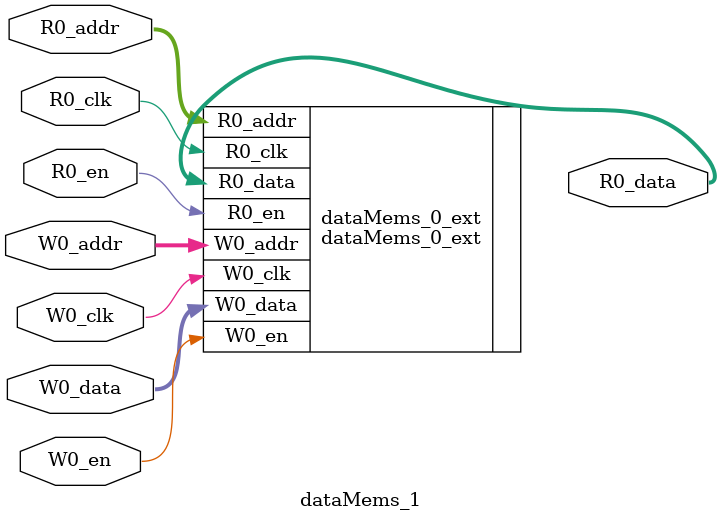
<source format=sv>
`ifndef RANDOMIZE
  `ifdef RANDOMIZE_REG_INIT
    `define RANDOMIZE
  `endif // RANDOMIZE_REG_INIT
`endif // not def RANDOMIZE
`ifndef RANDOMIZE
  `ifdef RANDOMIZE_MEM_INIT
    `define RANDOMIZE
  `endif // RANDOMIZE_MEM_INIT
`endif // not def RANDOMIZE

`ifndef RANDOM
  `define RANDOM $random
`endif // not def RANDOM

// Users can define 'PRINTF_COND' to add an extra gate to prints.
`ifndef PRINTF_COND_
  `ifdef PRINTF_COND
    `define PRINTF_COND_ (`PRINTF_COND)
  `else  // PRINTF_COND
    `define PRINTF_COND_ 1
  `endif // PRINTF_COND
`endif // not def PRINTF_COND_

// Users can define 'ASSERT_VERBOSE_COND' to add an extra gate to assert error printing.
`ifndef ASSERT_VERBOSE_COND_
  `ifdef ASSERT_VERBOSE_COND
    `define ASSERT_VERBOSE_COND_ (`ASSERT_VERBOSE_COND)
  `else  // ASSERT_VERBOSE_COND
    `define ASSERT_VERBOSE_COND_ 1
  `endif // ASSERT_VERBOSE_COND
`endif // not def ASSERT_VERBOSE_COND_

// Users can define 'STOP_COND' to add an extra gate to stop conditions.
`ifndef STOP_COND_
  `ifdef STOP_COND
    `define STOP_COND_ (`STOP_COND)
  `else  // STOP_COND
    `define STOP_COND_ 1
  `endif // STOP_COND
`endif // not def STOP_COND_

// Users can define INIT_RANDOM as general code that gets injected into the
// initializer block for modules with registers.
`ifndef INIT_RANDOM
  `define INIT_RANDOM
`endif // not def INIT_RANDOM

// If using random initialization, you can also define RANDOMIZE_DELAY to
// customize the delay used, otherwise 0.002 is used.
`ifndef RANDOMIZE_DELAY
  `define RANDOMIZE_DELAY 0.002
`endif // not def RANDOMIZE_DELAY

// Define INIT_RANDOM_PROLOG_ for use in our modules below.
`ifndef INIT_RANDOM_PROLOG_
  `ifdef RANDOMIZE
    `ifdef VERILATOR
      `define INIT_RANDOM_PROLOG_ `INIT_RANDOM
    `else  // VERILATOR
      `define INIT_RANDOM_PROLOG_ `INIT_RANDOM #`RANDOMIZE_DELAY begin end
    `endif // VERILATOR
  `else  // RANDOMIZE
    `define INIT_RANDOM_PROLOG_
  `endif // RANDOMIZE
`endif // not def INIT_RANDOM_PROLOG_

// Include register initializers in init blocks unless synthesis is set
`ifndef SYNTHESIS
  `ifndef ENABLE_INITIAL_REG_
    `define ENABLE_INITIAL_REG_
  `endif // not def ENABLE_INITIAL_REG_
`endif // not def SYNTHESIS

// Include rmemory initializers in init blocks unless synthesis is set
`ifndef SYNTHESIS
  `ifndef ENABLE_INITIAL_MEM_
    `define ENABLE_INITIAL_MEM_
  `endif // not def ENABLE_INITIAL_MEM_
`endif // not def SYNTHESIS

module dataMems_1(	// @[generators/ara/src/main/scala/UnsafeAXI4ToTL.scala:365:62]
  input  [4:0]   R0_addr,
  input          R0_en,
  input          R0_clk,
  output [258:0] R0_data,
  input  [4:0]   W0_addr,
  input          W0_en,
  input          W0_clk,
  input  [258:0] W0_data
);

  dataMems_0_ext dataMems_0_ext (	// @[generators/ara/src/main/scala/UnsafeAXI4ToTL.scala:365:62]
    .R0_addr (R0_addr),
    .R0_en   (R0_en),
    .R0_clk  (R0_clk),
    .R0_data (R0_data),
    .W0_addr (W0_addr),
    .W0_en   (W0_en),
    .W0_clk  (W0_clk),
    .W0_data (W0_data)
  );
endmodule


</source>
